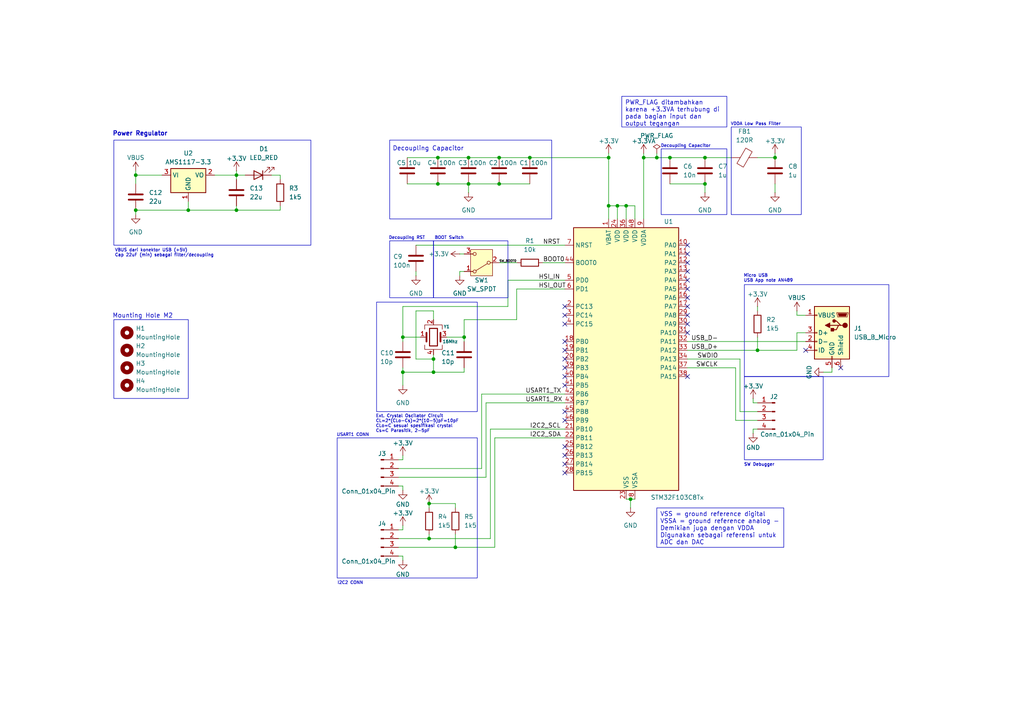
<source format=kicad_sch>
(kicad_sch (version 20231120) (generator "eeschema") (generator_version "8.0")
  (paper "A4")
  (title_block (title "STM32 Blue Pill") (date "2025-01-30"))
  (lib_symbols
    (symbol "Connector:Conn_01x04_Pin" (pin_names (offset 1.016) hide)
      (property "Reference" "J" (at 0 5.08 0))
      (property "Value" "Conn_01x04_Pin" (at 0 -7.62 0))
      (symbol "Conn_01x04_Pin_1_1"
        (polyline (pts (xy 1.27 -5.08) (xy 0.8636 -5.08)) (stroke (width 0.1524)))
        (polyline (pts (xy 1.27 -2.54) (xy 0.8636 -2.54)) (stroke (width 0.1524)))
        (polyline (pts (xy 1.27 0) (xy 0.8636 0)) (stroke (width 0.1524)))
        (polyline (pts (xy 1.27 2.54) (xy 0.8636 2.54)) (stroke (width 0.1524)))
        (rectangle (start 0.8636 -4.953) (end 0 -5.207) (stroke (width 0.1524)) (fill (type outline)))
        (rectangle (start 0.8636 -2.413) (end 0 -2.667) (stroke (width 0.1524)) (fill (type outline)))
        (rectangle (start 0.8636 0.127) (end 0 -0.127) (stroke (width 0.1524)) (fill (type outline)))
        (rectangle (start 0.8636 2.667) (end 0 2.413) (stroke (width 0.1524)) (fill (type outline)))
        (pin passive line (at 5.08 2.54 180) (length 3.81) (name "Pin_1") (number "1"))
        (pin passive line (at 5.08 0 180) (length 3.81) (name "Pin_2") (number "2"))
        (pin passive line (at 5.08 -2.54 180) (length 3.81) (name "Pin_3") (number "3"))
        (pin passive line (at 5.08 -5.08 180) (length 3.81) (name "Pin_4") (number "4"))
      )
    )
    (symbol "Connector:USB_B_Micro" (pin_names (offset 1.016))
      (property "Reference" "J" (at -5.08 11.43 0))
      (property "Value" "USB_B_Micro" (at -5.08 8.89 0))
      (symbol "USB_B_Micro_0_1"
        (rectangle (start -5.08 -7.62) (end 5.08 7.62) (stroke (width 0.254)) (fill (type background)))
        (circle (center -3.81 2.159) (radius 0.635) (stroke (width 0.254)) (fill (type outline)))
        (circle (center -0.635 3.429) (radius 0.381) (stroke (width 0.254)) (fill (type outline)))
        (rectangle (start -0.127 -7.62) (end 0.127 -6.858))
        (polyline (pts (xy -1.905 2.159) (xy 0.635 2.159)) (stroke (width 0.254)))
        (polyline (pts (xy -3.175 2.159) (xy -2.54 2.159) (xy -1.27 3.429) (xy -0.635 3.429)) (stroke (width 0.254)))
        (polyline (pts (xy -2.54 2.159) (xy -1.905 2.159) (xy -1.27 0.889) (xy 0 0.889)) (stroke (width 0.254)))
        (polyline (pts (xy 0.635 2.794) (xy 0.635 1.524) (xy 1.905 2.159) (xy 0.635 2.794)) (stroke (width 0.254)) (fill (type outline)))
        (polyline (pts (xy -4.318 5.588) (xy -1.778 5.588) (xy -2.032 4.826) (xy -4.064 4.826) (xy -4.318 5.588)) (fill (type outline)))
        (polyline (pts (xy -4.699 5.842) (xy -4.699 5.588) (xy -4.445 4.826) (xy -4.445 4.572) (xy -1.651 4.572) (xy -1.651 4.826) (xy -1.397 5.588) (xy -1.397 5.842) (xy -4.699 5.842)))
        (rectangle (start 0.254 1.27) (end -0.508 0.508) (stroke (width 0.254)) (fill (type outline)))
        (rectangle (start 5.08 -5.207) (end 4.318 -4.953))
        (rectangle (start 5.08 -2.667) (end 4.318 -2.413))
        (rectangle (start 5.08 -0.127) (end 4.318 0.127))
        (rectangle (start 5.08 4.953) (end 4.318 5.207))
      )
      (symbol "USB_B_Micro_1_1"
        (pin power_out line (at 7.62 5.08 180) (length 2.54) (name "VBUS") (number "1"))
        (pin bidirectional line (at 7.62 -2.54 180) (length 2.54) (name "D-") (number "2"))
        (pin bidirectional line (at 7.62 0 180) (length 2.54) (name "D+") (number "3"))
        (pin passive line (at 7.62 -5.08 180) (length 2.54) (name "ID") (number "4"))
        (pin power_out line (at 0 -10.16 90) (length 2.54) (name "GND") (number "5"))
        (pin passive line (at -2.54 -10.16 90) (length 2.54) (name "Shield") (number "6"))
      )
    )
    (symbol "Device:C" (pin_numbers hide) (pin_names (offset 0.254))
      (property "Reference" "C" (at 0.635 2.54 0))
      (property "Value" "C" (at 0.635 -2.54 0))
      (symbol "C_0_1"
        (polyline (pts (xy -2.032 -0.762) (xy 2.032 -0.762)) (stroke (width 0.508)))
        (polyline (pts (xy -2.032 0.762) (xy 2.032 0.762)) (stroke (width 0.508)))
      )
      (symbol "C_1_1"
        (pin passive line (at 0 3.81 270) (length 2.794) (name "~") (number "1"))
        (pin passive line (at 0 -3.81 90) (length 2.794) (name "~") (number "2"))
      )
    )
    (symbol "Device:Crystal_GND24" (pin_names (offset 1.016) hide)
      (property "Reference" "Y" (at 3.175 5.08 0))
      (property "Value" "Crystal_GND24" (at 3.175 3.175 0))
      (symbol "Crystal_GND24_0_1"
        (rectangle (start -1.143 2.54) (end 1.143 -2.54) (stroke (width 0.3048)))
        (polyline (pts (xy -2.54 0) (xy -2.032 0)))
        (polyline (pts (xy -2.032 -1.27) (xy -2.032 1.27)) (stroke (width 0.508)))
        (polyline (pts (xy 0 -3.81) (xy 0 -3.556)))
        (polyline (pts (xy 0 3.556) (xy 0 3.81)))
        (polyline (pts (xy 2.032 -1.27) (xy 2.032 1.27)) (stroke (width 0.508)))
        (polyline (pts (xy 2.032 0) (xy 2.54 0)))
        (polyline (pts (xy -2.54 -2.286) (xy -2.54 -3.556) (xy 2.54 -3.556) (xy 2.54 -2.286)))
        (polyline (pts (xy -2.54 2.286) (xy -2.54 3.556) (xy 2.54 3.556) (xy 2.54 2.286)))
      )
      (symbol "Crystal_GND24_1_1"
        (pin passive line (at -3.81 0 0) (length 1.27) (name "1") (number "1"))
        (pin passive line (at 0 5.08 270) (length 1.27) (name "2") (number "2"))
        (pin passive line (at 3.81 0 180) (length 1.27) (name "3") (number "3"))
        (pin passive line (at 0 -5.08 90) (length 1.27) (name "4") (number "4"))
      )
    )
    (symbol "Device:FerriteBead" (pin_numbers hide) (pin_names (offset 0))
      (property "Reference" "FB" (at -3.81 0.635 90))
      (property "Value" "FerriteBead" (at 3.81 0 90))
      (symbol "FerriteBead_0_1"
        (polyline (pts (xy 0 -1.27) (xy 0 -1.2192)))
        (polyline (pts (xy 0 1.27) (xy 0 1.2954)))
        (polyline (pts (xy -2.7686 0.4064) (xy -1.7018 2.2606) (xy 2.7686 -0.3048) (xy 1.6764 -2.159) (xy -2.7686 0.4064)))
      )
      (symbol "FerriteBead_1_1"
        (pin passive line (at 0 3.81 270) (length 2.54) (name "~") (number "1"))
        (pin passive line (at 0 -3.81 90) (length 2.54) (name "~") (number "2"))
      )
    )
    (symbol "Device:LED" (pin_numbers hide) (pin_names (offset 1.016) hide)
      (property "Reference" "D" (at 0 2.54 0))
      (property "Value" "LED" (at 0 -2.54 0))
      (symbol "LED_0_1"
        (polyline (pts (xy -1.27 -1.27) (xy -1.27 1.27)) (stroke (width 0.254)))
        (polyline (pts (xy -1.27 0) (xy 1.27 0)))
        (polyline (pts (xy 1.27 -1.27) (xy 1.27 1.27) (xy -1.27 0) (xy 1.27 -1.27)) (stroke (width 0.254)))
        (polyline (pts (xy -3.048 -0.762) (xy -4.572 -2.286) (xy -3.81 -2.286) (xy -4.572 -2.286) (xy -4.572 -1.524)))
        (polyline (pts (xy -1.778 -0.762) (xy -3.302 -2.286) (xy -2.54 -2.286) (xy -3.302 -2.286) (xy -3.302 -1.524)))
      )
      (symbol "LED_1_1"
        (pin passive line (at -3.81 0 0) (length 2.54) (name "K") (number "1"))
        (pin passive line (at 3.81 0 180) (length 2.54) (name "A") (number "2"))
      )
    )
    (symbol "Device:R" (pin_numbers hide) (pin_names (offset 0))
      (property "Reference" "R" (at 2.032 0 90))
      (property "Value" "R" (at 0 0 90))
      (symbol "R_0_1"
        (rectangle (start -1.016 -2.54) (end 1.016 2.54) (stroke (width 0.254)))
      )
      (symbol "R_1_1"
        (pin passive line (at 0 3.81 270) (length 1.27) (name "~") (number "1"))
        (pin passive line (at 0 -3.81 90) (length 1.27) (name "~") (number "2"))
      )
    )
    (symbol "MCU_ST_STM32F1:STM32F103C8Tx"
      (property "Reference" "U" (at -15.24 39.37 0))
      (property "Value" "STM32F103C8Tx" (at 7.62 39.37 0))
      (symbol "STM32F103C8Tx_0_1"
        (rectangle (start -15.24 -38.1) (end 15.24 38.1) (stroke (width 0.254)) (fill (type background)))
      )
      (symbol "STM32F103C8Tx_1_1"
        (pin power_in line (at -5.08 40.64 270) (length 2.54) (name "VBAT") (number "1"))
        (pin bidirectional line (at 17.78 33.02 180) (length 2.54) (name "PA0") (number "10"))
        (pin bidirectional line (at 17.78 30.48 180) (length 2.54) (name "PA1") (number "11"))
        (pin bidirectional line (at 17.78 27.94 180) (length 2.54) (name "PA2") (number "12"))
        (pin bidirectional line (at 17.78 25.4 180) (length 2.54) (name "PA3") (number "13"))
        (pin bidirectional line (at 17.78 22.86 180) (length 2.54) (name "PA4") (number "14"))
        (pin bidirectional line (at 17.78 20.32 180) (length 2.54) (name "PA5") (number "15"))
        (pin bidirectional line (at 17.78 17.78 180) (length 2.54) (name "PA6") (number "16"))
        (pin bidirectional line (at 17.78 15.24 180) (length 2.54) (name "PA7") (number "17"))
        (pin bidirectional line (at -17.78 5.08 0) (length 2.54) (name "PB0") (number "18"))
        (pin bidirectional line (at -17.78 2.54 0) (length 2.54) (name "PB1") (number "19"))
        (pin bidirectional line (at -17.78 15.24 0) (length 2.54) (name "PC13") (number "2"))
        (pin bidirectional line (at -17.78 0 0) (length 2.54) (name "PB2") (number "20"))
        (pin bidirectional line (at -17.78 -20.32 0) (length 2.54) (name "PB10") (number "21"))
        (pin bidirectional line (at -17.78 -22.86 0) (length 2.54) (name "PB11") (number "22"))
        (pin power_in line (at 0 -40.64 90) (length 2.54) (name "VSS") (number "23"))
        (pin power_in line (at -2.54 40.64 270) (length 2.54) (name "VDD") (number "24"))
        (pin bidirectional line (at -17.78 -25.4 0) (length 2.54) (name "PB12") (number "25"))
        (pin bidirectional line (at -17.78 -27.94 0) (length 2.54) (name "PB13") (number "26"))
        (pin bidirectional line (at -17.78 -30.48 0) (length 2.54) (name "PB14") (number "27"))
        (pin bidirectional line (at -17.78 -33.02 0) (length 2.54) (name "PB15") (number "28"))
        (pin bidirectional line (at 17.78 12.7 180) (length 2.54) (name "PA8") (number "29"))
        (pin bidirectional line (at -17.78 12.7 0) (length 2.54) (name "PC14") (number "3"))
        (pin bidirectional line (at 17.78 10.16 180) (length 2.54) (name "PA9") (number "30"))
        (pin bidirectional line (at 17.78 7.62 180) (length 2.54) (name "PA10") (number "31"))
        (pin bidirectional line (at 17.78 5.08 180) (length 2.54) (name "PA11") (number "32"))
        (pin bidirectional line (at 17.78 2.54 180) (length 2.54) (name "PA12") (number "33"))
        (pin bidirectional line (at 17.78 0 180) (length 2.54) (name "PA13") (number "34"))
        (pin passive line (at 0 -40.64 90) (length 2.54) hide (name "VSS") (number "35"))
        (pin power_in line (at 0 40.64 270) (length 2.54) (name "VDD") (number "36"))
        (pin bidirectional line (at 17.78 -2.54 180) (length 2.54) (name "PA14") (number "37"))
        (pin bidirectional line (at 17.78 -5.08 180) (length 2.54) (name "PA15") (number "38"))
        (pin bidirectional line (at -17.78 -2.54 0) (length 2.54) (name "PB3") (number "39"))
        (pin bidirectional line (at -17.78 10.16 0) (length 2.54) (name "PC15") (number "4"))
        (pin bidirectional line (at -17.78 -5.08 0) (length 2.54) (name "PB4") (number "40"))
        (pin bidirectional line (at -17.78 -7.62 0) (length 2.54) (name "PB5") (number "41"))
        (pin bidirectional line (at -17.78 -10.16 0) (length 2.54) (name "PB6") (number "42"))
        (pin bidirectional line (at -17.78 -12.7 0) (length 2.54) (name "PB7") (number "43"))
        (pin input line (at -17.78 27.94 0) (length 2.54) (name "BOOT0") (number "44"))
        (pin bidirectional line (at -17.78 -15.24 0) (length 2.54) (name "PB8") (number "45"))
        (pin bidirectional line (at -17.78 -17.78 0) (length 2.54) (name "PB9") (number "46"))
        (pin passive line (at 0 -40.64 90) (length 2.54) hide (name "VSS") (number "47"))
        (pin power_in line (at 2.54 40.64 270) (length 2.54) (name "VDD") (number "48"))
        (pin bidirectional line (at -17.78 22.86 0) (length 2.54) (name "PD0") (number "5"))
        (pin bidirectional line (at -17.78 20.32 0) (length 2.54) (name "PD1") (number "6"))
        (pin input line (at -17.78 33.02 0) (length 2.54) (name "NRST") (number "7"))
        (pin power_in line (at 2.54 -40.64 90) (length 2.54) (name "VSSA") (number "8"))
        (pin power_in line (at 5.08 40.64 270) (length 2.54) (name "VDDA") (number "9"))
      )
    )
    (symbol "Mechanical:MountingHole" (pin_names (offset 1.016)) (exclude_from_sim yes) (in_bom no)
      (property "Reference" "H" (at 0 5.08 0))
      (property "Value" "MountingHole" (at 0 3.175 0))
      (symbol "MountingHole_0_1"
        (circle (center 0 0) (radius 1.27) (stroke (width 1.27)))
      )
    )
    (symbol "Regulator_Linear:AMS1117-3.3"
      (property "Reference" "U" (at -3.81 3.175 0))
      (property "Value" "AMS1117-3.3" (at 0 3.175 0))
      (symbol "AMS1117-3.3_0_1"
        (rectangle (start -5.08 -5.08) (end 5.08 1.905) (stroke (width 0.254)) (fill (type background)))
      )
      (symbol "AMS1117-3.3_1_1"
        (pin power_in line (at 0 -7.62 90) (length 2.54) (name "GND") (number "1"))
        (pin power_out line (at 7.62 0 180) (length 2.54) (name "VO") (number "2"))
        (pin power_in line (at -7.62 0 0) (length 2.54) (name "VI") (number "3"))
      )
    )
    (symbol "Switch:SW_SPDT" (pin_names (offset 0) hide)
      (property "Reference" "SW" (at 0 5.08 0))
      (property "Value" "SW_SPDT" (at 0 -5.08 0))
      (symbol "SW_SPDT_0_1"
        (circle (center -2.032 0) (radius 0.4572))
        (polyline (pts (xy -1.651 0.254) (xy 1.651 2.286)))
        (circle (center 2.032 -2.54) (radius 0.4572))
        (circle (center 2.032 2.54) (radius 0.4572))
      )
      (symbol "SW_SPDT_1_1"
        (rectangle (start -3.175 3.81) (end 3.175 -3.81) (fill (type background)))
        (pin passive line (at 5.08 2.54 180) (length 2.54) (name "A") (number "1"))
        (pin passive line (at -5.08 0 0) (length 2.54) (name "B") (number "2"))
        (pin passive line (at 5.08 -2.54 180) (length 2.54) (name "C") (number "3"))
      )
    )
    (symbol "power:+3.3V" (power) (pin_numbers hide) (pin_names (offset 0) hide)
      (property "Value" "+3.3V" (at 0 3.556 0))
      (symbol "+3.3V_0_1"
        (polyline (pts (xy -0.762 1.27) (xy 0 2.54)))
        (polyline (pts (xy 0 0) (xy 0 2.54)))
        (polyline (pts (xy 0 2.54) (xy 0.762 1.27)))
      )
      (symbol "+3.3V_1_1"
        (pin power_in line (at 0 0 90) (length 0) (name "~") (number "1"))
      )
    )
    (symbol "power:+3.3VA" (power) (pin_numbers hide) (pin_names (offset 0) hide)
      (property "Value" "+3.3VA" (at 0 3.556 0))
      (symbol "+3.3VA_0_1"
        (polyline (pts (xy -0.762 1.27) (xy 0 2.54)))
        (polyline (pts (xy 0 0) (xy 0 2.54)))
        (polyline (pts (xy 0 2.54) (xy 0.762 1.27)))
      )
      (symbol "+3.3VA_1_1"
        (pin power_in line (at 0 0 90) (length 0) (name "~") (number "1"))
      )
    )
    (symbol "power:GND" (power) (pin_numbers hide) (pin_names (offset 0) hide)
      (property "Value" "GND" (at 0 -3.81 0))
      (symbol "GND_0_1"
        (polyline (pts (xy 0 0) (xy 0 -1.27) (xy 1.27 -1.27) (xy 0 -2.54) (xy -1.27 -1.27) (xy 0 -1.27)))
      )
      (symbol "GND_1_1"
        (pin power_in line (at 0 0 270) (length 0) (name "~") (number "1"))
      )
    )
    (symbol "power:PWR_FLAG" (power) (pin_numbers hide) (pin_names (offset 0) hide)
      (property "Value" "PWR_FLAG" (at 0 3.81 0))
      (symbol "PWR_FLAG_0_0"
        (pin power_out line (at 0 0 90) (length 0) (name "~") (number "1"))
      )
      (symbol "PWR_FLAG_0_1"
        (polyline (pts (xy 0 0) (xy 0 1.27) (xy -1.016 1.905) (xy 0 2.54) (xy 1.016 1.905) (xy 0 1.27)))
      )
    )
    (symbol "power:VBUS" (power) (pin_numbers hide) (pin_names (offset 0) hide)
      (property "Value" "VBUS" (at 0 3.556 0))
      (symbol "VBUS_0_1"
        (polyline (pts (xy -0.762 1.27) (xy 0 2.54)))
        (polyline (pts (xy 0 0) (xy 0 2.54)))
        (polyline (pts (xy 0 2.54) (xy 0.762 1.27)))
      )
      (symbol "VBUS_1_1"
        (pin power_in line (at 0 0 90) (length 0) (name "~") (number "1"))
      )
    )
  )
  (junction (at 125.73 107.95))
  (junction (at 204.47 45.72))
  (junction (at 68.58 60.96))
  (junction (at 124.46 146.05))
  (junction (at 39.37 60.96))
  (junction (at 182.88 144.78))
  (junction (at 176.53 45.72))
  (junction (at 125.73 104.14))
  (junction (at 132.08 158.75))
  (junction (at 135.89 53.34))
  (junction (at 194.31 45.72))
  (junction (at 127 45.72))
  (junction (at 116.84 107.95))
  (junction (at 144.78 45.72))
  (junction (at 153.67 45.72))
  (junction (at 68.58 50.8))
  (junction (at 135.89 45.72))
  (junction (at 127 53.34))
  (junction (at 144.78 53.34))
  (junction (at 219.71 101.6))
  (junction (at 204.47 53.34))
  (junction (at 176.53 59.69))
  (junction (at 116.84 97.79))
  (junction (at 186.69 45.72))
  (junction (at 179.07 59.69))
  (junction (at 124.46 156.21))
  (junction (at 190.5 45.72))
  (junction (at 134.62 97.79))
  (junction (at 224.79 45.72))
  (junction (at 54.61 60.96))
  (junction (at 39.37 50.8))
  (junction (at 181.61 59.69))
  (no_connect (at 233.68 101.6))
  (no_connect (at 199.39 73.66))
  (no_connect (at 199.39 71.12))
  (no_connect (at 199.39 76.2))
  (no_connect (at 163.83 137.16))
  (no_connect (at 199.39 86.36))
  (no_connect (at 163.83 109.22))
  (no_connect (at 163.83 99.06))
  (no_connect (at 163.83 106.68))
  (no_connect (at 163.83 121.92))
  (no_connect (at 199.39 93.98))
  (no_connect (at 163.83 101.6))
  (no_connect (at 199.39 109.22))
  (no_connect (at 163.83 129.54))
  (no_connect (at 163.83 88.9))
  (no_connect (at 199.39 78.74))
  (no_connect (at 163.83 104.14))
  (no_connect (at 163.83 132.08))
  (no_connect (at 199.39 83.82))
  (no_connect (at 199.39 81.28))
  (no_connect (at 199.39 96.52))
  (no_connect (at 199.39 91.44))
  (no_connect (at 163.83 119.38))
  (no_connect (at 163.83 111.76))
  (no_connect (at 163.83 134.62))
  (no_connect (at 163.83 93.98))
  (no_connect (at 243.84 106.68))
  (no_connect (at 199.39 88.9))
  (no_connect (at 163.83 91.44))
  (wire (pts (xy 213.36 106.68) (xy 213.36 121.92)))
  (wire (pts (xy 115.57 133.35) (xy 116.84 133.35)))
  (wire (pts (xy 199.39 99.06) (xy 233.68 99.06)))
  (wire (pts (xy 116.84 97.79) (xy 121.92 97.79)))
  (wire (pts (xy 194.31 45.72) (xy 204.47 45.72)))
  (wire (pts (xy 140.97 138.43) (xy 140.97 116.84)))
  (wire (pts (xy 39.37 60.96) (xy 54.61 60.96)))
  (wire (pts (xy 124.46 146.05) (xy 124.46 147.32)))
  (wire (pts (xy 238.76 107.95) (xy 241.3 107.95)))
  (wire (pts (xy 127 53.34) (xy 135.89 53.34)))
  (wire (pts (xy 125.73 90.17) (xy 125.73 92.71)))
  (wire (pts (xy 115.57 138.43) (xy 140.97 138.43)))
  (wire (pts (xy 219.71 88.9) (xy 219.71 90.17)))
  (wire (pts (xy 135.89 53.34) (xy 135.89 55.88)))
  (wire (pts (xy 204.47 53.34) (xy 204.47 55.88)))
  (wire (pts (xy 219.71 124.46) (xy 218.44 124.46)))
  (wire (pts (xy 68.58 59.69) (xy 68.58 60.96)))
  (wire (pts (xy 149.86 92.71) (xy 149.86 83.82)))
  (wire (pts (xy 144.78 76.2) (xy 149.86 76.2)))
  (wire (pts (xy 78.74 50.8) (xy 81.28 50.8)))
  (wire (pts (xy 116.84 152.4) (xy 116.84 153.67)))
  (wire (pts (xy 231.14 96.52) (xy 231.14 101.6)))
  (wire (pts (xy 176.53 59.69) (xy 176.53 63.5)))
  (wire (pts (xy 132.08 147.32) (xy 132.08 146.05)))
  (wire (pts (xy 190.5 45.72) (xy 186.69 45.72)))
  (wire (pts (xy 224.79 44.45) (xy 224.79 45.72)))
  (wire (pts (xy 125.73 102.87) (xy 125.73 104.14)))
  (wire (pts (xy 219.71 121.92) (xy 213.36 121.92)))
  (wire (pts (xy 134.62 78.74) (xy 133.35 78.74)))
  (wire (pts (xy 144.78 45.72) (xy 153.67 45.72)))
  (wire (pts (xy 139.7 114.3) (xy 163.83 114.3)))
  (wire (pts (xy 124.46 146.05) (xy 132.08 146.05)))
  (wire (pts (xy 39.37 49.53) (xy 39.37 50.8)))
  (wire (pts (xy 219.71 45.72) (xy 224.79 45.72)))
  (wire (pts (xy 115.57 158.75) (xy 132.08 158.75)))
  (wire (pts (xy 214.63 104.14) (xy 214.63 119.38)))
  (wire (pts (xy 68.58 50.8) (xy 71.12 50.8)))
  (wire (pts (xy 157.48 76.2) (xy 163.83 76.2)))
  (wire (pts (xy 68.58 60.96) (xy 54.61 60.96)))
  (wire (pts (xy 134.62 97.79) (xy 134.62 92.71)))
  (wire (pts (xy 184.15 59.69) (xy 181.61 59.69)))
  (wire (pts (xy 143.51 158.75) (xy 143.51 127)))
  (wire (pts (xy 181.61 63.5) (xy 181.61 59.69)))
  (wire (pts (xy 39.37 60.96) (xy 39.37 62.23)))
  (wire (pts (xy 120.65 90.17) (xy 125.73 90.17)))
  (wire (pts (xy 133.35 78.74) (xy 133.35 80.01)))
  (wire (pts (xy 219.71 97.79) (xy 219.71 101.6)))
  (wire (pts (xy 176.53 45.72) (xy 176.53 59.69)))
  (wire (pts (xy 139.7 135.89) (xy 139.7 114.3)))
  (wire (pts (xy 149.86 83.82) (xy 163.83 83.82)))
  (wire (pts (xy 182.88 144.78) (xy 184.15 144.78)))
  (wire (pts (xy 153.67 45.72) (xy 176.53 45.72)))
  (wire (pts (xy 120.65 104.14) (xy 125.73 104.14)))
  (wire (pts (xy 120.65 71.12) (xy 163.83 71.12)))
  (wire (pts (xy 120.65 78.74) (xy 120.65 80.01)))
  (wire (pts (xy 147.32 81.28) (xy 163.83 81.28)))
  (wire (pts (xy 116.84 88.9) (xy 147.32 88.9)))
  (wire (pts (xy 134.62 97.79) (xy 134.62 99.06)))
  (wire (pts (xy 199.39 101.6) (xy 219.71 101.6)))
  (wire (pts (xy 186.69 44.45) (xy 186.69 45.72)))
  (wire (pts (xy 218.44 115.57) (xy 218.44 116.84)))
  (wire (pts (xy 233.68 96.52) (xy 231.14 96.52)))
  (wire (pts (xy 176.53 45.72) (xy 176.53 44.45)))
  (wire (pts (xy 219.71 116.84) (xy 218.44 116.84)))
  (wire (pts (xy 81.28 59.69) (xy 81.28 60.96)))
  (wire (pts (xy 182.88 144.78) (xy 182.88 147.32)))
  (wire (pts (xy 124.46 154.94) (xy 124.46 156.21)))
  (wire (pts (xy 218.44 124.46) (xy 218.44 125.73)))
  (wire (pts (xy 81.28 50.8) (xy 81.28 52.07)))
  (wire (pts (xy 186.69 45.72) (xy 186.69 63.5)))
  (wire (pts (xy 143.51 127) (xy 163.83 127)))
  (wire (pts (xy 179.07 63.5) (xy 179.07 59.69)))
  (wire (pts (xy 116.84 107.95) (xy 125.73 107.95)))
  (wire (pts (xy 120.65 90.17) (xy 120.65 104.14)))
  (wire (pts (xy 140.97 116.84) (xy 163.83 116.84)))
  (wire (pts (xy 116.84 132.08) (xy 116.84 133.35)))
  (wire (pts (xy 116.84 97.79) (xy 116.84 99.06)))
  (wire (pts (xy 116.84 106.68) (xy 116.84 107.95)))
  (wire (pts (xy 127 45.72) (xy 135.89 45.72)))
  (wire (pts (xy 135.89 53.34) (xy 144.78 53.34)))
  (wire (pts (xy 124.46 156.21) (xy 142.24 156.21)))
  (wire (pts (xy 179.07 59.69) (xy 176.53 59.69)))
  (wire (pts (xy 181.61 59.69) (xy 179.07 59.69)))
  (wire (pts (xy 132.08 154.94) (xy 132.08 158.75)))
  (wire (pts (xy 184.15 63.5) (xy 184.15 59.69)))
  (wire (pts (xy 142.24 156.21) (xy 142.24 124.46)))
  (wire (pts (xy 190.5 44.45) (xy 190.5 45.72)))
  (wire (pts (xy 125.73 107.95) (xy 134.62 107.95)))
  (wire (pts (xy 199.39 106.68) (xy 213.36 106.68)))
  (wire (pts (xy 115.57 156.21) (xy 124.46 156.21)))
  (wire (pts (xy 125.73 104.14) (xy 125.73 107.95)))
  (wire (pts (xy 194.31 45.72) (xy 190.5 45.72)))
  (wire (pts (xy 134.62 106.68) (xy 134.62 107.95)))
  (wire (pts (xy 135.89 45.72) (xy 144.78 45.72)))
  (wire (pts (xy 204.47 45.72) (xy 212.09 45.72)))
  (wire (pts (xy 81.28 60.96) (xy 68.58 60.96)))
  (wire (pts (xy 116.84 161.29) (xy 116.84 162.56)))
  (wire (pts (xy 54.61 58.42) (xy 54.61 60.96)))
  (wire (pts (xy 181.61 144.78) (xy 182.88 144.78)))
  (wire (pts (xy 115.57 161.29) (xy 116.84 161.29)))
  (wire (pts (xy 68.58 50.8) (xy 68.58 52.07)))
  (wire (pts (xy 116.84 88.9) (xy 116.84 97.79)))
  (wire (pts (xy 219.71 119.38) (xy 214.63 119.38)))
  (wire (pts (xy 231.14 91.44) (xy 233.68 91.44)))
  (wire (pts (xy 194.31 53.34) (xy 204.47 53.34)))
  (wire (pts (xy 224.79 53.34) (xy 224.79 55.88)))
  (wire (pts (xy 39.37 50.8) (xy 46.99 50.8)))
  (wire (pts (xy 147.32 88.9) (xy 147.32 81.28)))
  (wire (pts (xy 199.39 104.14) (xy 214.63 104.14)))
  (wire (pts (xy 115.57 140.97) (xy 116.84 140.97)))
  (wire (pts (xy 62.23 50.8) (xy 68.58 50.8)))
  (wire (pts (xy 133.35 73.66) (xy 134.62 73.66)))
  (wire (pts (xy 118.11 53.34) (xy 127 53.34)))
  (wire (pts (xy 118.11 45.72) (xy 127 45.72)))
  (wire (pts (xy 142.24 124.46) (xy 163.83 124.46)))
  (wire (pts (xy 132.08 158.75) (xy 143.51 158.75)))
  (wire (pts (xy 115.57 135.89) (xy 139.7 135.89)))
  (wire (pts (xy 219.71 101.6) (xy 231.14 101.6)))
  (wire (pts (xy 231.14 90.17) (xy 231.14 91.44)))
  (wire (pts (xy 115.57 153.67) (xy 116.84 153.67)))
  (wire (pts (xy 241.3 106.68) (xy 241.3 107.95)))
  (wire (pts (xy 68.58 49.53) (xy 68.58 50.8)))
  (wire (pts (xy 116.84 107.95) (xy 116.84 111.76)))
  (wire (pts (xy 134.62 92.71) (xy 149.86 92.71)))
  (wire (pts (xy 116.84 140.97) (xy 116.84 142.24)))
  (wire (pts (xy 129.54 97.79) (xy 134.62 97.79)))
  (wire (pts (xy 39.37 53.34) (xy 39.37 50.8)))
  (wire (pts (xy 144.78 53.34) (xy 153.67 53.34)))
  (rectangle (start 109.22 87.63) (end 138.43 119.38))
  (rectangle (start 113.03 40.64) (end 160.02 63.5))
  (rectangle (start 125.73 69.85) (end 147.32 86.36))
  (rectangle (start 215.9 109.22) (end 238.76 133.35))
  (rectangle (start 212.09 36.83) (end 232.41 62.23))
  (rectangle (start 191.77 43.18) (end 210.82 62.23))
  (rectangle (start 97.79 127) (end 138.43 167.64))
  (rectangle (start 215.9 82.55) (end 257.81 109.22))
  (rectangle (start 113.03 69.85) (end 125.73 86.36))
  (rectangle (start 33.02 40.64) (end 90.17 71.12))
  (rectangle (start 33.02 92.71) (end 54.61 115.57))
  (text_box "VSS = ground reference digital\nVSSA = ground reference analog - Demikian juga dengan VDDA\nDigunakan sebagai referensi untuk ADC dan DAC" (at 190.5 147.32 0) (size 36.83 11.43) (effects (font (size 1.27 1.27)) (justify left top)))
  (text_box "PWR_FLAG ditambahkan karena +3.3VA terhubung di pada bagian input dan output tegangan" (at 180.34 27.94 0) (size 30.48 8.89) (effects (font (size 1.27 1.27)) (justify left top)))
  (text "BOOT Switch\n" (at 130.302 69.088 0) (effects (font (size 0.889 0.889))))
  (text "Decoupling RST " (at 118.364 69.088 0) (effects (font (size 0.889 0.889))))
  (text "Micro USB\nUSB App note AN489" (at 215.646 80.772 0) (effects (font (size 0.889 0.889)) (justify left)))
  (text "Power Regulator" (at 40.64 38.862 0) (effects (font (size 1.27 1.27) (thickness 0.254) (bold yes))))
  (text "USART1 CONN\n" (at 102.362 126.238 0) (effects (font (size 0.889 0.889))))
  (text "VBUS dari konektor USB (+5V)\nCap 22uF (min) sebagai filter/decoupling" (at 33.274 73.406 0) (effects (font (size 0.889 0.889)) (justify left)))
  (text "Ext. Crystal Oscilator Circuit\nCL=2*(CLo-Cs)=2*(10-5)pF=10pF\nCLo=C sesuai spesifikasi crystal\nCs=C Parasitik, 2-5pF" (at 108.966 122.936 0) (effects (font (size 0.889 0.889)) (justify left)))
  (text "I2C2 CONN\n" (at 101.6 169.164 0) (effects (font (size 0.889 0.889))))
  (text "Mounting Hole M2\n" (at 41.402 91.694 0) (effects (font (size 1.27 1.27))))
  (text "Decoupling Capacitor" (at 124.206 43.18 0) (effects (font (size 1.27 1.27))))
  (text "VDDA Low Pass Filter\n" (at 219.202 36.068 0) (effects (font (size 0.889 0.889))))
  (text "SW Debugger" (at 220.218 134.874 0) (effects (font (size 0.889 0.889))))
  (text "Decoupling Capacitor" (at 198.882 42.418 0) (effects (font (size 0.889 0.889))))
  (label "USB_D+" (at 208.28 101.6 180))
  (label "SWCLK" (at 208.28 106.68 180))
  (label "USART1_TX" (at 152.4 114.3 0))
  (label "HSI_OUT" (at 156.21 83.82 0))
  (label "BOOT0" (at 157.48 76.2 0))
  (label "SW_BOOT0" (at 144.78 76.2 0) (effects (font (size 0.635 0.635))))
  (label "SWDIO" (at 208.28 104.14 180))
  (label "HSI_IN" (at 156.21 81.28 0))
  (label "NRST" (at 157.48 71.12 0))
  (label "USART1_RX" (at 152.4 116.84 0))
  (label "I2C2_SDA" (at 153.67 127 0))
  (label "USB_D-" (at 208.28 99.06 180))
  (label "I2C2_SCL" (at 153.67 124.46 0))
  (symbol (lib_id "Device:C") (at 120.65 74.93 0) (unit 1)
    (property "Reference" "C9" (at 114.046 74.422 0) (effects (justify left)))
    (property "Value" "100n" (at 114.046 76.962 0) (effects (justify left)))
    (property "Footprint" "Capacitor_SMD:C_0402_1005Metric" (effects (hide yes)))
    (property "Description" "Unpolarized capacitor" (effects (hide yes)))
  )
  (symbol (lib_id "power:+3.3V") (at 116.84 132.08 0) (mirror y) (unit 1)
    (property "Reference" "#PWR020" (effects (hide yes)))
    (property "Value" "+3.3V" (at 116.84 128.524 0))
    (property "Description" "Power symbol creates a global label with name \"+3.3V\"" (effects (hide yes)))
  )
  (symbol (lib_id "power:+3.3V") (at 124.46 146.05 0) (mirror y) (unit 1)
    (property "Reference" "#PWR024" (effects (hide yes)))
    (property "Value" "+3.3V" (at 124.46 142.494 0))
    (property "Description" "Power symbol creates a global label with name \"+3.3V\"" (effects (hide yes)))
  )
  (symbol (lib_id "power:GND") (at 135.89 55.88 0) (unit 1)
    (property "Reference" "#PWR02" (effects (hide yes)))
    (property "Value" "GND" (at 135.89 60.96 0))
    (property "Description" "Power symbol creates a global label with name \"GND\" , ground" (effects (hide yes)))
  )
  (symbol (lib_id "Device:LED") (at 74.93 50.8 180) (unit 1)
    (property "Reference" "D1" (at 76.5175 43.18 0))
    (property "Value" "LED_RED" (at 76.5175 45.72 0))
    (property "Footprint" "LED_SMD:LED_0603_1608Metric" (effects (hide yes)))
    (property "Description" "Light emitting diode" (effects (hide yes)))
  )
  (symbol (lib_id "power:PWR_FLAG") (at 190.5 44.45 0) (unit 1)
    (property "Reference" "#FLG01" (effects (hide yes)))
    (property "Value" "PWR_FLAG" (at 190.5 39.37 0))
    (property "Description" "Special symbol for telling ERC where power comes from" (effects (hide yes)))
  )
  (symbol (lib_id "Mechanical:MountingHole") (at 36.83 106.68 0) (unit 1) (exclude_from_sim yes) (in_bom no)
    (property "Reference" "H3" (at 39.37 105.4099 0) (effects (justify left)))
    (property "Value" "MountingHole" (at 39.37 107.9499 0) (effects (justify left)))
    (property "Footprint" "MountingHole:MountingHole_2.2mm_M2" (effects (hide yes)))
    (property "Description" "Mounting Hole without connection" (effects (hide yes)))
  )
  (symbol (lib_id "Device:R") (at 81.28 55.88 0) (unit 1)
    (property "Reference" "R3" (at 83.82 54.6099 0) (effects (justify left)))
    (property "Value" "1k5" (at 83.82 57.1499 0) (effects (justify left)))
    (property "Footprint" "Resistor_SMD:R_0402_1005Metric" (effects (hide yes)))
    (property "Description" "Resistor" (effects (hide yes)))
  )
  (symbol (lib_id "Mechanical:MountingHole") (at 36.83 101.6 0) (unit 1) (exclude_from_sim yes) (in_bom no)
    (property "Reference" "H2" (at 39.37 100.3299 0) (effects (justify left)))
    (property "Value" "MountingHole" (at 39.37 102.8699 0) (effects (justify left)))
    (property "Footprint" "MountingHole:MountingHole_2.2mm_M2" (effects (hide yes)))
    (property "Description" "Mounting Hole without connection" (effects (hide yes)))
  )
  (symbol (lib_id "power:+3.3V") (at 224.79 44.45 0) (unit 1)
    (property "Reference" "#PWR07" (effects (hide yes)))
    (property "Value" "+3.3V" (at 224.79 40.894 0))
    (property "Description" "Power symbol creates a global label with name \"+3.3V\"" (effects (hide yes)))
  )
  (symbol (lib_id "Connector:Conn_01x04_Pin") (at 224.79 119.38 0) (mirror y) (unit 1)
    (property "Reference" "J2" (at 223.266 115.062 0) (effects (justify right)))
    (property "Value" "Conn_01x04_Pin" (at 220.472 125.984 0) (effects (justify right)))
    (property "Footprint" "Connector_PinHeader_2.54mm:PinHeader_1x04_P2.54mm_Vertical" (effects (hide yes)))
    (property "Description" "Generic connector, single row, 01x04, script generated" (effects (hide yes)))
  )
  (symbol (lib_id "power:GND") (at 224.79 55.88 0) (unit 1)
    (property "Reference" "#PWR05" (effects (hide yes)))
    (property "Value" "GND" (at 224.79 60.96 0))
    (property "Description" "Power symbol creates a global label with name \"GND\" , ground" (effects (hide yes)))
  )
  (symbol (lib_id "Device:C") (at 204.47 49.53 0) (unit 1)
    (property "Reference" "C7" (at 208.28 48.2599 0) (effects (justify left)))
    (property "Value" "1u" (at 208.28 50.7999 0) (effects (justify left)))
    (property "Footprint" "Capacitor_SMD:C_0402_1005Metric" (effects (hide yes)))
    (property "Description" "Unpolarized capacitor" (effects (hide yes)))
  )
  (symbol (lib_id "power:+3.3VA") (at 186.69 44.45 0) (unit 1)
    (property "Reference" "#PWR06" (effects (hide yes)))
    (property "Value" "+3.3VA" (at 186.69 40.894 0))
    (property "Description" "Power symbol creates a global label with name \"+3.3VA\"" (effects (hide yes)))
  )
  (symbol (lib_id "power:GND") (at 238.76 107.95 270) (unit 1)
    (property "Reference" "#PWR012" (effects (hide yes)))
    (property "Value" "GND" (at 234.696 107.95 0))
    (property "Description" "Power symbol creates a global label with name \"GND\" , ground" (effects (hide yes)))
  )
  (symbol (lib_id "power:+3.3V") (at 133.35 73.66 90) (unit 1)
    (property "Reference" "#PWR010" (effects (hide yes)))
    (property "Value" "+3.3V" (at 127.254 73.66 90))
    (property "Description" "Power symbol creates a global label with name \"+3.3V\"" (effects (hide yes)))
  )
  (symbol (lib_id "power:+3.3V") (at 176.53 44.45 0) (unit 1)
    (property "Reference" "#PWR03" (effects (hide yes)))
    (property "Value" "+3.3V" (at 176.53 40.894 0))
    (property "Description" "Power symbol creates a global label with name \"+3.3V\"" (effects (hide yes)))
  )
  (symbol (lib_id "Device:R") (at 153.67 76.2 90) (unit 1)
    (property "Reference" "R1" (at 153.67 69.85 90))
    (property "Value" "10k" (at 153.67 72.39 90))
    (property "Footprint" "Resistor_SMD:R_0402_1005Metric" (effects (hide yes)))
    (property "Description" "Resistor" (effects (hide yes)))
  )
  (symbol (lib_id "Connector:USB_B_Micro") (at 241.3 96.52 0) (mirror y) (unit 1)
    (property "Reference" "J1" (at 247.65 95.2499 0) (effects (justify right)))
    (property "Value" "USB_B_Micro" (at 247.65 97.7899 0) (effects (justify right)))
    (property "Footprint" "Connector_USB:USB_Micro-B_Wuerth_629105150521" (effects (hide yes)))
    (property "Description" "USB Micro Type B connector" (effects (hide yes)))
  )
  (symbol (lib_id "Connector:Conn_01x04_Pin") (at 110.49 135.89 0) (unit 1)
    (property "Reference" "J3" (at 112.014 131.572 0) (effects (justify right)))
    (property "Value" "Conn_01x04_Pin" (at 114.808 142.494 0) (effects (justify right)))
    (property "Footprint" "Connector_PinHeader_2.54mm:PinHeader_1x04_P2.54mm_Vertical" (effects (hide yes)))
    (property "Description" "Generic connector, single row, 01x04, script generated" (effects (hide yes)))
  )
  (symbol (lib_id "Device:C") (at 39.37 57.15 0) (unit 1)
    (property "Reference" "C12" (at 43.18 55.8799 0) (effects (justify left)))
    (property "Value" "22u" (at 43.18 58.4199 0) (effects (justify left)))
    (property "Footprint" "Capacitor_SMD:C_0805_2012Metric" (effects (hide yes)))
    (property "Description" "Unpolarized capacitor" (effects (hide yes)))
  )
  (symbol (lib_id "MCU_ST_STM32F1:STM32F103C8Tx") (at 181.61 104.14 0) (unit 1)
    (property "Reference" "U1" (at 192.532 64.262 0) (effects (justify left)))
    (property "Value" "STM32F103C8Tx" (at 188.722 144.272 0) (effects (justify left)))
    (property "Footprint" "Package_QFP:LQFP-48_7x7mm_P0.5mm" (effects (hide yes)))
    (property "Datasheet" "https://www.st.com/resource/en/datasheet/stm32f103c8.pdf" (effects (hide yes)))
    (property "Description" "STMicroelectronics Arm Cortex-M3 MCU, 64KB flash, 20KB RAM, 72 MHz, 2.0-3.6V, 37 GPIO, LQFP48" (effects (hide yes)))
  )
  (symbol (lib_id "Device:C") (at 194.31 49.53 0) (unit 1)
    (property "Reference" "C6" (at 198.12 48.2599 0) (effects (justify left)))
    (property "Value" "10n" (at 198.12 50.7999 0) (effects (justify left)))
    (property "Footprint" "Capacitor_SMD:C_0402_1005Metric" (effects (hide yes)))
    (property "Description" "Unpolarized capacitor" (effects (hide yes)))
  )
  (symbol (lib_id "power:+3.3V") (at 116.84 152.4 0) (mirror y) (unit 1)
    (property "Reference" "#PWR022" (effects (hide yes)))
    (property "Value" "+3.3V" (at 116.84 148.844 0))
    (property "Description" "Power symbol creates a global label with name \"+3.3V\"" (effects (hide yes)))
  )
  (symbol (lib_id "power:GND") (at 204.47 55.88 0) (unit 1)
    (property "Reference" "#PWR04" (effects (hide yes)))
    (property "Value" "GND" (at 204.47 60.96 0))
    (property "Description" "Power symbol creates a global label with name \"GND\" , ground" (effects (hide yes)))
  )
  (symbol (lib_id "power:GND") (at 116.84 142.24 0) (mirror y) (unit 1)
    (property "Reference" "#PWR021" (effects (hide yes)))
    (property "Value" "GND" (at 116.84 146.304 0))
    (property "Description" "Power symbol creates a global label with name \"GND\" , ground" (effects (hide yes)))
  )
  (symbol (lib_id "Device:C") (at 224.79 49.53 0) (unit 1)
    (property "Reference" "C8" (at 228.6 48.2599 0) (effects (justify left)))
    (property "Value" "1u" (at 228.6 50.7999 0) (effects (justify left)))
    (property "Footprint" "Capacitor_SMD:C_0402_1005Metric" (effects (hide yes)))
    (property "Description" "Unpolarized capacitor" (effects (hide yes)))
  )
  (symbol (lib_id "Device:R") (at 132.08 151.13 0) (unit 1)
    (property "Reference" "R5" (at 134.62 149.8599 0) (effects (justify left)))
    (property "Value" "1k5" (at 134.62 152.3999 0) (effects (justify left)))
    (property "Footprint" "Resistor_SMD:R_0402_1005Metric" (effects (hide yes)))
    (property "Description" "Resistor" (effects (hide yes)))
  )
  (symbol (lib_id "Connector:Conn_01x04_Pin") (at 110.49 156.21 0) (unit 1)
    (property "Reference" "J4" (at 112.014 151.892 0) (effects (justify right)))
    (property "Value" "Conn_01x04_Pin" (at 114.808 162.814 0) (effects (justify right)))
    (property "Footprint" "Connector_PinHeader_2.54mm:PinHeader_1x04_P2.54mm_Vertical" (effects (hide yes)))
    (property "Description" "Generic connector, single row, 01x04, script generated" (effects (hide yes)))
  )
  (symbol (lib_id "Device:C") (at 134.62 102.87 0) (unit 1)
    (property "Reference" "C11" (at 128.016 102.362 0) (effects (justify left)))
    (property "Value" "10p" (at 128.016 104.902 0) (effects (justify left)))
    (property "Footprint" "Capacitor_SMD:C_0402_1005Metric" (effects (hide yes)))
    (property "Description" "Unpolarized capacitor" (effects (hide yes)))
  )
  (symbol (lib_id "Device:R") (at 219.71 93.98 180) (unit 1)
    (property "Reference" "R2" (at 222.25 92.7099 0) (effects (justify right)))
    (property "Value" "1k5" (at 222.25 95.2499 0) (effects (justify right)))
    (property "Footprint" "Resistor_SMD:R_0402_1005Metric" (effects (hide yes)))
    (property "Description" "Resistor" (effects (hide yes)))
  )
  (symbol (lib_id "power:+3.3V") (at 68.58 49.53 0) (unit 1)
    (property "Reference" "#PWR019" (effects (hide yes)))
    (property "Value" "+3.3V" (at 68.58 45.974 0))
    (property "Description" "Power symbol creates a global label with name \"+3.3V\"" (effects (hide yes)))
  )
  (symbol (lib_id "Device:C") (at 68.58 55.88 0) (unit 1)
    (property "Reference" "C13" (at 72.39 54.6099 0) (effects (justify left)))
    (property "Value" "22u" (at 72.39 57.1499 0) (effects (justify left)))
    (property "Footprint" "Capacitor_SMD:C_0805_2012Metric" (effects (hide yes)))
    (property "Description" "Unpolarized capacitor" (effects (hide yes)))
  )
  (symbol (lib_id "power:GND") (at 182.88 147.32 0) (unit 1)
    (property "Reference" "#PWR01" (effects (hide yes)))
    (property "Value" "GND" (at 182.88 152.4 0))
    (property "Description" "Power symbol creates a global label with name \"GND\" , ground" (effects (hide yes)))
  )
  (symbol (lib_id "power:GND") (at 116.84 111.76 0) (unit 1)
    (property "Reference" "#PWR011" (effects (hide yes)))
    (property "Value" "GND" (at 116.84 116.84 0))
    (property "Description" "Power symbol creates a global label with name \"GND\" , ground" (effects (hide yes)))
  )
  (symbol (lib_id "Device:FerriteBead") (at 215.9 45.72 270) (unit 1)
    (property "Reference" "FB1" (at 215.9508 38.1 90))
    (property "Value" "120R" (at 215.9508 40.64 90))
    (property "Footprint" "Inductor_SMD:L_0603_1608Metric" (effects (hide yes)))
    (property "Description" "Ferrite bead" (effects (hide yes)))
  )
  (symbol (lib_id "Device:R") (at 124.46 151.13 0) (unit 1)
    (property "Reference" "R4" (at 127 149.8599 0) (effects (justify left)))
    (property "Value" "1k5" (at 127 152.3999 0) (effects (justify left)))
    (property "Footprint" "Resistor_SMD:R_0402_1005Metric" (effects (hide yes)))
    (property "Description" "Resistor" (effects (hide yes)))
  )
  (symbol (lib_id "Device:C") (at 135.89 49.53 0) (unit 1)
    (property "Reference" "C3" (at 132.842 47.244 0) (effects (justify left)))
    (property "Value" "100n" (at 136.144 47.244 0) (effects (justify left)))
    (property "Footprint" "Capacitor_SMD:C_0402_1005Metric" (effects (hide yes)))
    (property "Description" "Unpolarized capacitor" (effects (hide yes)))
  )
  (symbol (lib_id "power:GND") (at 133.35 80.01 0) (unit 1)
    (property "Reference" "#PWR08" (effects (hide yes)))
    (property "Value" "GND" (at 133.35 85.09 0))
    (property "Description" "Power symbol creates a global label with name \"GND\" , ground" (effects (hide yes)))
  )
  (symbol (lib_id "power:VBUS") (at 231.14 90.17 0) (unit 1)
    (property "Reference" "#PWR013" (effects (hide yes)))
    (property "Value" "VBUS" (at 231.14 86.36 0))
    (property "Description" "Power symbol creates a global label with name \"VBUS\"" (effects (hide yes)))
  )
  (symbol (lib_id "Device:C") (at 116.84 102.87 0) (unit 1)
    (property "Reference" "C10" (at 110.236 102.362 0) (effects (justify left)))
    (property "Value" "10p" (at 110.236 104.902 0) (effects (justify left)))
    (property "Footprint" "Capacitor_SMD:C_0402_1005Metric" (effects (hide yes)))
    (property "Description" "Unpolarized capacitor" (effects (hide yes)))
  )
  (symbol (lib_id "Device:C") (at 153.67 49.53 0) (unit 1)
    (property "Reference" "C1" (at 150.622 47.244 0) (effects (justify left)))
    (property "Value" "100n" (at 153.924 47.244 0) (effects (justify left)))
    (property "Footprint" "Capacitor_SMD:C_0402_1005Metric" (effects (hide yes)))
    (property "Description" "Unpolarized capacitor" (effects (hide yes)))
  )
  (symbol (lib_id "power:+3.3V") (at 219.71 88.9 0) (unit 1)
    (property "Reference" "#PWR014" (effects (hide yes)))
    (property "Value" "+3.3V" (at 219.71 85.344 0))
    (property "Description" "Power symbol creates a global label with name \"+3.3V\"" (effects (hide yes)))
  )
  (symbol (lib_id "Device:Crystal_GND24") (at 125.73 97.79 0) (unit 1)
    (property "Reference" "Y1" (at 129.54 94.742 0) (effects (font (size 0.889 0.889))))
    (property "Value" "16Mhz" (at 130.556 99.06 0) (effects (font (size 0.889 0.889))))
    (property "Footprint" "Crystal:Crystal_SMD_3225-4Pin_3.2x2.5mm" (effects (hide yes)))
    (property "Description" "Four pin crystal, GND on pins 2 and 4" (effects (hide yes)))
  )
  (symbol (lib_id "Regulator_Linear:AMS1117-3.3") (at 54.61 50.8 0) (unit 1)
    (property "Reference" "U2" (at 54.61 44.45 0))
    (property "Value" "AMS1117-3.3" (at 54.61 46.99 0))
    (property "Footprint" "Package_TO_SOT_SMD:SOT-223-3_TabPin2" (effects (hide yes)))
    (property "Datasheet" "http://www.advanced-monolithic.com/pdf/ds1117.pdf" (effects (hide yes)))
    (property "Description" "1A Low Dropout regulator, positive, 3.3V fixed output, SOT-223" (effects (hide yes)))
  )
  (symbol (lib_id "power:GND") (at 218.44 125.73 0) (unit 1)
    (property "Reference" "#PWR016" (effects (hide yes)))
    (property "Value" "GND" (at 218.44 129.794 0))
    (property "Description" "Power symbol creates a global label with name \"GND\" , ground" (effects (hide yes)))
  )
  (symbol (lib_id "power:VBUS") (at 39.37 49.53 0) (unit 1)
    (property "Reference" "#PWR018" (effects (hide yes)))
    (property "Value" "VBUS" (at 39.37 45.72 0))
    (property "Description" "Power symbol creates a global label with name \"VBUS\"" (effects (hide yes)))
  )
  (symbol (lib_id "Mechanical:MountingHole") (at 36.83 96.52 0) (unit 1) (exclude_from_sim yes) (in_bom no)
    (property "Reference" "H1" (at 39.37 95.2499 0) (effects (justify left)))
    (property "Value" "MountingHole" (at 39.37 97.7899 0) (effects (justify left)))
    (property "Footprint" "MountingHole:MountingHole_2.2mm_M2" (effects (hide yes)))
    (property "Description" "Mounting Hole without connection" (effects (hide yes)))
  )
  (symbol (lib_id "Mechanical:MountingHole") (at 36.83 111.76 0) (unit 1) (exclude_from_sim yes) (in_bom no)
    (property "Reference" "H4" (at 39.37 110.4899 0) (effects (justify left)))
    (property "Value" "MountingHole" (at 39.37 113.0299 0) (effects (justify left)))
    (property "Footprint" "MountingHole:MountingHole_2.2mm_M2" (effects (hide yes)))
    (property "Description" "Mounting Hole without connection" (effects (hide yes)))
  )
  (symbol (lib_id "Switch:SW_SPDT") (at 139.7 76.2 180) (unit 1)
    (property "Reference" "SW1" (at 139.7 81.28 0))
    (property "Value" "SW_SPDT" (at 139.7 83.82 0))
    (property "Footprint" "Button_Switch_SMD:SW_SPDT_PCM12" (effects (hide yes)))
    (property "Description" "Switch, single pole double throw" (effects (hide yes)))
  )
  (symbol (lib_id "Device:C") (at 127 49.53 0) (unit 1)
    (property "Reference" "C4" (at 123.952 47.244 0) (effects (justify left)))
    (property "Value" "100n" (at 127.254 47.244 0) (effects (justify left)))
    (property "Footprint" "Capacitor_SMD:C_0402_1005Metric" (effects (hide yes)))
    (property "Description" "Unpolarized capacitor" (effects (hide yes)))
  )
  (symbol (lib_id "power:GND") (at 116.84 162.56 0) (mirror y) (unit 1)
    (property "Reference" "#PWR023" (effects (hide yes)))
    (property "Value" "GND" (at 116.84 166.624 0))
    (property "Description" "Power symbol creates a global label with name \"GND\" , ground" (effects (hide yes)))
  )
  (symbol (lib_id "power:GND") (at 39.37 62.23 0) (unit 1)
    (property "Reference" "#PWR017" (effects (hide yes)))
    (property "Value" "GND" (at 39.37 67.31 0))
    (property "Description" "Power symbol creates a global label with name \"GND\" , ground" (effects (hide yes)))
  )
  (symbol (lib_id "power:GND") (at 120.65 80.01 0) (unit 1)
    (property "Reference" "#PWR09" (effects (hide yes)))
    (property "Value" "GND" (at 120.65 85.09 0))
    (property "Description" "Power symbol creates a global label with name \"GND\" , ground" (effects (hide yes)))
  )
  (symbol (lib_id "Device:C") (at 118.11 49.53 0) (unit 1)
    (property "Reference" "C5" (at 115.062 47.244 0) (effects (justify left)))
    (property "Value" "10u" (at 118.364 47.244 0) (effects (justify left)))
    (property "Footprint" "Capacitor_SMD:C_0603_1608Metric" (effects (hide yes)))
    (property "Description" "Unpolarized capacitor" (effects (hide yes)))
  )
  (symbol (lib_id "Device:C") (at 144.78 49.53 0) (unit 1)
    (property "Reference" "C2" (at 141.732 47.244 0) (effects (justify left)))
    (property "Value" "100n" (at 145.034 47.244 0) (effects (justify left)))
    (property "Footprint" "Capacitor_SMD:C_0402_1005Metric" (effects (hide yes)))
    (property "Description" "Unpolarized capacitor" (effects (hide yes)))
  )
  (symbol (lib_id "power:+3.3V") (at 218.44 115.57 0) (unit 1)
    (property "Reference" "#PWR015" (effects (hide yes)))
    (property "Value" "+3.3V" (at 218.44 112.014 0))
    (property "Description" "Power symbol creates a global label with name \"+3.3V\"" (effects (hide yes)))
  )
)
</source>
